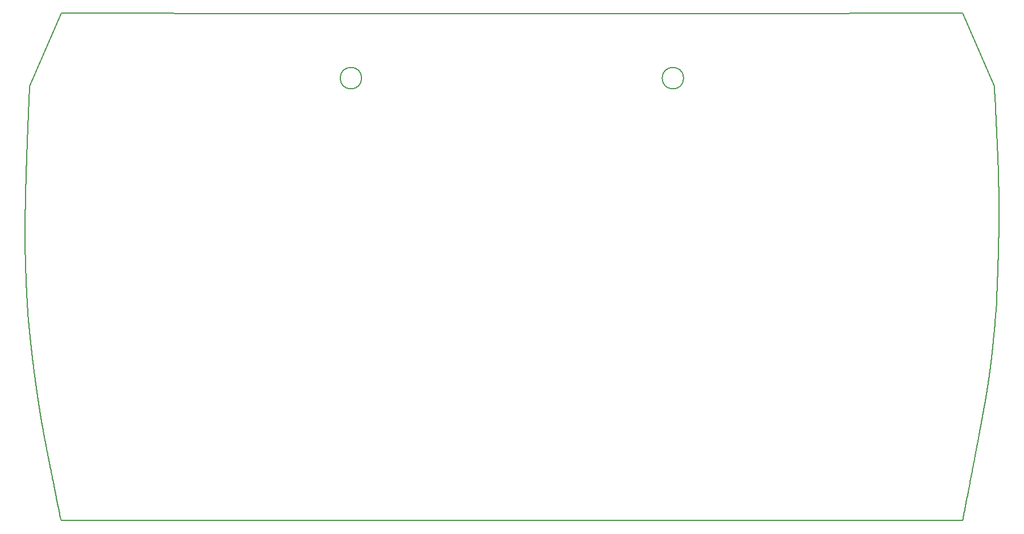
<source format=gm1>
%TF.GenerationSoftware,KiCad,Pcbnew,9.0.1*%
%TF.CreationDate,2025-05-25T22:24:14+01:00*%
%TF.ProjectId,Controller,436f6e74-726f-46c6-9c65-722e6b696361,rev?*%
%TF.SameCoordinates,Original*%
%TF.FileFunction,Profile,NP*%
%FSLAX46Y46*%
G04 Gerber Fmt 4.6, Leading zero omitted, Abs format (unit mm)*
G04 Created by KiCad (PCBNEW 9.0.1) date 2025-05-25 22:24:14*
%MOMM*%
%LPD*%
G01*
G04 APERTURE LIST*
%ADD10C,0.200000*%
%TA.AperFunction,Profile*%
%ADD11C,0.200000*%
%TD*%
G04 APERTURE END LIST*
D10*
X240190174Y-94144501D02*
X240200125Y-94073607D01*
X240210054Y-94002660D01*
X240217327Y-93950525D01*
X240224611Y-93898142D01*
X240230964Y-93852299D01*
X240237339Y-93806136D01*
X240243188Y-93763629D01*
X240249066Y-93720757D01*
X240254601Y-93680228D01*
X240260169Y-93639300D01*
X240265500Y-93599967D01*
X240270868Y-93560205D01*
X240276065Y-93521552D01*
X240281303Y-93482442D01*
X240286417Y-93444099D01*
X240291575Y-93405274D01*
X240296645Y-93366958D01*
X240301761Y-93328133D01*
X240306816Y-93289615D01*
X240311920Y-93250563D01*
X240316986Y-93211651D01*
X240322104Y-93172179D01*
X240327202Y-93132704D01*
X240332356Y-93092644D01*
X240337505Y-93052456D01*
X240342712Y-93011656D01*
X240347929Y-92970617D01*
X240353206Y-92928938D01*
X240358507Y-92886918D01*
X240363872Y-92844228D01*
X240369271Y-92801102D01*
X240374738Y-92757276D01*
X240380249Y-92712924D01*
X240385832Y-92667839D01*
X240391469Y-92622142D01*
X240397181Y-92575679D01*
X240402959Y-92528518D01*
X240408814Y-92480558D01*
X240414074Y-92437330D01*
X97037365Y-86167135D02*
X97046681Y-86260750D01*
X97055964Y-86353839D01*
X97065214Y-86446386D01*
X97074431Y-86538413D01*
X97083615Y-86629907D01*
X97092768Y-86720885D01*
X97101887Y-86811340D01*
X97110976Y-86901284D01*
X97120032Y-86990714D01*
X97129057Y-87079638D01*
X97138051Y-87168057D01*
X97147015Y-87255975D01*
X97155947Y-87343397D01*
X97164849Y-87430323D01*
X97173721Y-87516762D01*
X97182563Y-87602710D01*
X97191376Y-87688180D01*
X97200158Y-87773164D01*
X97208913Y-87857679D01*
X97217637Y-87941713D01*
X97226334Y-88025286D01*
X97235001Y-88108383D01*
X97243641Y-88191029D01*
X97252252Y-88273204D01*
X97260836Y-88354936D01*
X97269392Y-88436201D01*
X97277922Y-88517034D01*
X97286423Y-88597404D01*
X97294900Y-88677350D01*
X97303348Y-88756838D01*
X97311772Y-88835912D01*
X97320168Y-88914532D01*
X97328540Y-88992747D01*
X97336885Y-89070513D01*
X97345207Y-89147883D01*
X97353501Y-89224808D01*
X97361774Y-89301347D01*
X97370019Y-89377445D01*
X97378243Y-89453166D01*
X97386440Y-89528451D01*
X97394617Y-89603368D01*
X97402766Y-89677853D01*
X97410897Y-89751979D01*
X97419001Y-89825678D01*
X97427086Y-89899028D01*
X97435145Y-89971955D01*
X97443187Y-90044542D01*
X97451202Y-90116710D01*
X97459200Y-90188549D01*
X97467172Y-90259972D01*
X97475129Y-90331075D01*
X97483059Y-90401767D01*
X97490975Y-90472149D01*
X97498865Y-90542123D01*
X97506742Y-90611798D01*
X97514592Y-90681069D01*
X97522430Y-90750050D01*
X97530243Y-90818632D01*
X97538044Y-90886934D01*
X97545819Y-90954841D01*
X97553584Y-91022478D01*
X97561324Y-91089723D01*
X97569054Y-91156709D01*
X97576760Y-91223307D01*
X97584456Y-91289658D01*
X97592129Y-91355623D01*
X97599793Y-91421352D01*
X97607433Y-91486699D01*
X97615067Y-91551820D01*
X97622677Y-91616564D01*
X97630281Y-91681094D01*
X97637862Y-91745249D01*
X97645438Y-91809201D01*
X97652991Y-91872783D01*
X97668067Y-91999196D01*
X97683093Y-92124521D01*
X97698073Y-92248787D01*
X97713009Y-92372028D01*
X97727904Y-92494275D01*
X97742762Y-92615563D01*
X97757587Y-92735925D01*
X97772383Y-92855396D01*
X97787152Y-92974012D01*
X97801899Y-93091811D01*
X97816629Y-93208830D01*
X97831346Y-93325109D01*
X97846054Y-93440688D01*
X97860758Y-93555611D01*
X97875465Y-93669921D01*
X97890178Y-93783665D01*
X97904904Y-93896891D01*
X97919649Y-94009652D01*
X97934421Y-94121999D01*
X97949225Y-94233992D01*
X97964071Y-94345691D01*
X97978966Y-94457161D01*
X97993920Y-94568472D01*
X98008943Y-94679699D01*
X98024045Y-94790926D01*
X98039239Y-94902241D01*
X98054538Y-95013743D01*
X98069958Y-95125540D01*
X98085514Y-95237753D01*
X98101227Y-95350519D01*
X98117118Y-95463990D01*
X98133212Y-95578342D01*
X98149538Y-95693777D01*
X98166130Y-95810531D01*
X98183029Y-95928884D01*
X98200283Y-96049172D01*
X98217953Y-96171806D01*
X98236114Y-96297296D01*
X98254862Y-96426301D01*
X98274325Y-96559684D01*
X98294678Y-96698632D01*
X98316250Y-96845362D01*
X100811409Y-110510423D02*
X100830498Y-110605472D01*
X100849032Y-110697858D01*
X100867010Y-110787574D01*
X100884453Y-110874717D01*
X100901365Y-110959308D01*
X100917760Y-111041416D01*
X100933649Y-111121088D01*
X100949040Y-111198365D01*
X100963949Y-111273323D01*
X100978379Y-111345972D01*
X100992351Y-111416418D01*
X101005862Y-111484641D01*
X101018940Y-111550777D01*
X101031575Y-111614773D01*
X101043800Y-111676800D01*
X101055600Y-111736767D01*
X101067016Y-111794882D01*
X101078022Y-111851018D01*
X101088670Y-111905421D01*
X101098924Y-111957921D01*
X101108844Y-112008811D01*
X101118388Y-112057870D01*
X101127623Y-112105446D01*
X101136496Y-112151261D01*
X101145087Y-112195723D01*
X101153332Y-112238492D01*
X101161322Y-112280046D01*
X101168979Y-112319969D01*
X101176411Y-112358824D01*
X101183524Y-112396109D01*
X101197055Y-112467348D01*
X101209668Y-112534158D01*
X101221468Y-112597068D01*
X101232579Y-112656706D01*
X101243160Y-112713903D01*
X101253448Y-112769917D01*
X101263893Y-112827169D01*
X101275644Y-112891914D01*
X101281980Y-112926852D01*
X101288023Y-112960076D01*
X101293886Y-112992117D01*
X101299684Y-113023512D01*
X101305529Y-113054791D01*
X101308506Y-113070555D01*
X101311537Y-113086490D01*
X101314637Y-113102663D01*
X101317821Y-113119141D01*
X101321102Y-113135991D01*
X101324494Y-113153279D01*
X101328013Y-113171072D01*
X101331672Y-113189436D01*
X101335486Y-113208439D01*
X101339468Y-113228146D01*
X101343633Y-113248626D01*
X101347995Y-113269943D01*
X101352569Y-113292166D01*
X101357368Y-113315360D01*
X101362408Y-113339593D01*
X101367701Y-113364930D01*
X101373263Y-113391440D01*
X101379108Y-113419188D01*
X101385250Y-113448241D01*
X101391702Y-113478666D01*
X101405598Y-113543898D01*
X101420910Y-113615418D01*
X101437750Y-113693758D01*
X101456234Y-113779453D01*
X101476476Y-113873037D01*
X101498589Y-113975041D01*
X101522686Y-114086001D01*
X101548884Y-114206449D01*
X101577294Y-114336919D01*
X101608031Y-114477944D01*
X101641209Y-114630059D01*
X101715344Y-114969688D01*
X101800610Y-115360075D01*
X101897919Y-115805488D01*
D11*
X236208483Y-40218613D02*
X240910463Y-51087338D01*
D10*
X241578671Y-65574253D02*
X241575628Y-65444679D01*
X241572487Y-65314276D01*
X241569245Y-65183041D01*
X241565903Y-65050970D01*
X241562461Y-64918061D01*
X241558917Y-64784308D01*
X241555271Y-64649708D01*
X241551522Y-64514258D01*
X241547670Y-64377953D01*
X241543714Y-64240789D01*
X241539654Y-64102762D01*
X241535488Y-63963866D01*
X241531217Y-63824097D01*
X241526839Y-63683449D01*
X241522355Y-63541917D01*
X241517762Y-63399495D01*
X241513062Y-63256176D01*
X241508252Y-63111954D01*
X241503332Y-62966821D01*
X241498302Y-62820768D01*
X241493160Y-62673789D01*
X241487906Y-62525872D01*
X241482539Y-62377008D01*
X241477058Y-62227185D01*
X241471462Y-62076391D01*
X241465750Y-61924612D01*
X241459921Y-61771834D01*
X241453974Y-61618038D01*
X241447908Y-61463207D01*
X241441721Y-61307319D01*
X241435412Y-61150351D01*
X241428980Y-60992276D01*
X241422422Y-60833064D01*
X241415736Y-60672680D01*
X241408921Y-60511085D01*
X241401974Y-60348233D01*
X241394892Y-60184073D01*
X241387672Y-60018543D01*
X241380311Y-59851573D01*
X241372803Y-59683078D01*
X241365144Y-59512958D01*
X241357328Y-59341095D01*
X241349348Y-59167344D01*
X241341194Y-58991528D01*
X241332856Y-58813427D01*
X241324320Y-58632766D01*
X241315569Y-58449190D01*
X241306578Y-58262235D01*
X241297317Y-58071275D01*
X241287743Y-57875439D01*
X241277791Y-57673461D01*
X241267365Y-57463383D01*
X241256298Y-57241926D01*
X241244277Y-57002830D01*
X241230547Y-56731137D01*
X241218931Y-56501924D01*
X241206537Y-56257316D01*
X241195003Y-56028770D01*
X241189581Y-55920696D01*
X241184402Y-55816849D01*
X241179475Y-55717299D01*
X241174809Y-55622117D01*
X241174809Y-55622117D02*
X241172099Y-55566322D01*
X241169487Y-55512144D01*
X241166981Y-55459742D01*
X241164569Y-55408893D01*
X241162257Y-55359738D01*
X241160034Y-55312071D01*
X241157907Y-55266018D01*
X241155865Y-55221390D01*
X241153914Y-55178296D01*
X241152043Y-55136567D01*
X241150258Y-55096293D01*
X241148550Y-55057323D01*
X241146923Y-55019731D01*
X241145369Y-54983385D01*
X241143890Y-54948340D01*
X241142481Y-54914483D01*
X241141143Y-54881851D01*
X241139871Y-54850352D01*
X241138665Y-54820003D01*
X241137522Y-54790733D01*
X241136440Y-54762538D01*
X241135418Y-54735370D01*
X241134452Y-54709202D01*
X241133543Y-54684011D01*
X241132686Y-54659746D01*
X241131882Y-54636409D01*
X241131126Y-54613923D01*
X241130420Y-54592319D01*
X241129759Y-54571490D01*
X241129144Y-54551498D01*
X241128570Y-54532205D01*
X241128038Y-54513705D01*
X241127545Y-54495825D01*
X241127091Y-54478699D01*
X241126671Y-54462107D01*
X241126288Y-54446232D01*
X241125936Y-54430799D01*
X241125618Y-54416049D01*
X241125068Y-54387877D01*
X241124626Y-54361409D01*
X241124280Y-54336274D01*
X241124020Y-54311963D01*
X241123830Y-54287640D01*
X241123693Y-54261390D01*
X241123636Y-54247416D01*
X241123551Y-54227197D01*
X241123431Y-54207697D01*
X241123347Y-54198035D01*
X241123239Y-54188337D01*
X241123103Y-54178530D01*
X241122934Y-54168541D01*
X241122728Y-54158297D01*
X241122479Y-54147728D01*
X241122182Y-54136759D01*
X241121834Y-54125320D01*
X241121427Y-54113337D01*
X241120959Y-54100738D01*
X241120424Y-54087452D01*
X241119816Y-54073405D01*
X241119132Y-54058525D01*
X241118366Y-54042741D01*
X241117514Y-54025979D01*
X241116570Y-54008167D01*
X241115530Y-53989233D01*
X241114389Y-53969105D01*
X241113141Y-53947711D01*
X241111783Y-53924977D01*
X241110309Y-53900832D01*
X241108714Y-53875204D01*
X241106994Y-53848019D01*
X241105143Y-53819206D01*
X241103157Y-53788693D01*
X241101030Y-53756406D01*
X241098759Y-53722275D01*
X241096337Y-53686225D01*
X241091025Y-53608085D01*
X241085054Y-53521406D01*
X241078385Y-53425610D01*
X241070980Y-53320118D01*
X241062800Y-53204352D01*
X241053805Y-53077733D01*
X241043956Y-52939683D01*
X241033215Y-52789622D01*
X241021541Y-52626973D01*
X241008898Y-52451156D01*
X240980541Y-52057706D01*
X240947834Y-51604643D01*
X240910463Y-51087338D01*
X240981550Y-87024183D02*
X240983603Y-87002798D01*
X240985387Y-86984407D01*
X240986858Y-86969445D01*
X240988121Y-86956795D01*
X240989142Y-86946766D01*
X240990006Y-86938459D01*
X240990689Y-86932074D01*
X240991261Y-86926918D01*
X240991703Y-86923096D01*
X240992068Y-86920104D01*
X240992346Y-86917976D01*
X240992575Y-86916368D01*
X240992750Y-86915266D01*
X240992896Y-86914462D01*
X240993016Y-86913899D01*
X240993120Y-86913485D01*
X240993215Y-86913146D01*
X240993328Y-86912737D01*
X240993447Y-86912215D01*
X240993582Y-86911445D01*
X240993745Y-86910287D01*
X240993949Y-86908606D01*
X240994206Y-86906263D01*
X240994925Y-86899047D01*
X240995997Y-86887540D01*
X240997519Y-86870644D01*
X240999585Y-86847263D01*
X241002292Y-86816299D01*
X241010009Y-86727231D01*
X241021434Y-86594660D01*
X241058469Y-86163886D01*
X99408404Y-103418375D02*
X99431238Y-103539733D01*
X99454712Y-103664064D01*
X99478840Y-103791428D01*
X99503636Y-103921889D01*
X99529114Y-104055513D01*
X99555289Y-104192373D01*
X99582179Y-104332540D01*
X99609798Y-104476095D01*
X99638167Y-104623121D01*
X99667304Y-104773709D01*
X99697229Y-104927956D01*
X99727966Y-105085968D01*
X99759538Y-105247862D01*
X99791974Y-105413766D01*
X99825302Y-105583824D01*
X99859556Y-105758199D01*
X99894775Y-105937075D01*
X99931003Y-106120667D01*
X99968292Y-106309223D01*
X100006700Y-106503041D01*
X100046303Y-106702480D01*
X100087189Y-106907981D01*
X100129472Y-107120100D01*
X100173296Y-107339551D01*
X100218854Y-107567289D01*
X100266411Y-107804627D01*
X100316352Y-108053470D01*
X100369270Y-108316756D01*
X100426163Y-108599443D01*
X100488970Y-108911141D01*
X100562507Y-109275739D01*
X100612851Y-109525232D01*
X100666211Y-109789673D01*
X100717225Y-110042605D01*
X100765691Y-110283148D01*
X100788906Y-110398499D01*
X100811409Y-110510423D01*
X240743625Y-89490348D02*
X240754384Y-89384854D01*
X240765400Y-89276068D01*
X240776674Y-89163944D01*
X240788210Y-89048438D01*
X240800010Y-88929506D01*
X240812075Y-88807099D01*
X240824410Y-88681165D01*
X240837019Y-88551640D01*
X240849909Y-88418436D01*
X240863088Y-88281432D01*
X240876576Y-88140429D01*
X240890403Y-87995092D01*
X240904625Y-87844801D01*
X240919364Y-87688277D01*
X240934909Y-87522445D01*
X240952215Y-87337164D01*
X240955382Y-87303219D01*
X240970559Y-87140712D01*
X240976604Y-87076357D01*
X240981550Y-87024183D01*
D11*
X96836111Y-83410521D02*
X97037360Y-86167135D01*
X101902380Y-40218613D02*
X135813598Y-40220108D01*
D10*
X97196569Y-51087338D02*
X97188646Y-51262606D01*
X97180779Y-51437061D01*
X97172983Y-51610397D01*
X97165243Y-51782927D01*
X97157573Y-51954351D01*
X97149959Y-52124978D01*
X97142413Y-52294509D01*
X97134923Y-52463251D01*
X97127500Y-52630911D01*
X97120132Y-52797788D01*
X97112832Y-52963594D01*
X97105585Y-53128626D01*
X97098405Y-53292600D01*
X97091279Y-53455806D01*
X97084218Y-53617966D01*
X97077211Y-53779365D01*
X97070268Y-53939730D01*
X97063378Y-54099343D01*
X97056552Y-54257932D01*
X97049778Y-54415776D01*
X97043068Y-54572608D01*
X97036409Y-54728703D01*
X97029813Y-54883797D01*
X97023268Y-55038160D01*
X97016785Y-55191535D01*
X97010352Y-55344186D01*
X97003980Y-55495860D01*
X96997659Y-55646817D01*
X96991398Y-55796808D01*
X96985187Y-55946089D01*
X96979035Y-56094415D01*
X96972933Y-56242039D01*
X96966890Y-56388718D01*
X96960895Y-56534702D01*
X96954959Y-56679752D01*
X96949070Y-56824114D01*
X96943240Y-56967553D01*
X96937457Y-57110310D01*
X96931731Y-57252156D01*
X96926052Y-57393327D01*
X96920430Y-57533596D01*
X96914854Y-57673197D01*
X96909334Y-57811908D01*
X96903860Y-57949956D01*
X96898441Y-58087125D01*
X96893068Y-58223639D01*
X96887749Y-58359283D01*
X96882476Y-58494278D01*
X96877256Y-58628415D01*
X96872081Y-58761909D01*
X96866959Y-58894554D01*
X96861882Y-59026563D01*
X96856857Y-59157734D01*
X96851876Y-59288275D01*
X96846946Y-59417988D01*
X96842060Y-59547077D01*
X96837225Y-59675348D01*
X96832434Y-59803002D01*
X96827693Y-59929848D01*
X96822994Y-60056083D01*
X96818345Y-60181519D01*
X96813739Y-60306350D01*
X96809182Y-60430394D01*
X96804667Y-60553838D01*
X96800200Y-60676503D01*
X96795775Y-60798576D01*
X96791397Y-60919880D01*
X96787061Y-61040596D01*
X96782772Y-61160554D01*
X96778524Y-61279930D01*
X96774322Y-61398557D01*
X96770161Y-61516608D01*
X96766046Y-61633920D01*
X96761971Y-61750662D01*
X96757942Y-61866673D01*
X96753951Y-61982120D01*
X96750006Y-62096847D01*
X96746100Y-62211014D01*
X96742239Y-62324471D01*
X96738416Y-62437374D01*
X96734637Y-62549575D01*
X96730896Y-62661229D01*
X96727199Y-62772190D01*
X96723539Y-62882609D01*
X96719923Y-62992344D01*
X96716344Y-63101542D01*
X96712807Y-63210066D01*
X96709307Y-63318059D01*
X96705849Y-63425385D01*
X96702427Y-63532187D01*
X96699047Y-63638331D01*
X96695704Y-63743955D01*
X96692400Y-63848931D01*
X96689133Y-63953392D01*
X96685906Y-64057214D01*
X96682715Y-64160526D01*
X96679563Y-64263207D01*
X96676447Y-64365385D01*
X96673370Y-64466940D01*
X96670328Y-64567995D01*
X96667324Y-64668438D01*
X96664355Y-64768386D01*
X96661424Y-64867730D01*
X96658527Y-64966584D01*
X96655668Y-65064842D01*
X96652843Y-65162617D01*
X96650054Y-65259803D01*
X96647300Y-65356510D01*
X96644582Y-65452638D01*
X96641897Y-65548292D01*
X96639249Y-65643374D01*
X96636633Y-65737988D01*
X96634053Y-65832038D01*
X96631506Y-65925624D01*
X96628993Y-66018656D01*
X96626513Y-66111228D01*
X96624068Y-66203253D01*
X96621655Y-66294824D01*
X96619276Y-66385857D01*
X96616929Y-66476439D01*
X96614615Y-66566491D01*
X96612333Y-66656098D01*
X96610084Y-66745183D01*
X96607866Y-66833827D01*
X96605681Y-66921957D01*
X96603527Y-67009650D01*
X96601405Y-67096838D01*
X96599313Y-67183593D01*
X96597254Y-67269851D01*
X96595225Y-67355681D01*
X96593227Y-67441021D01*
X96591259Y-67525938D01*
X96589323Y-67610374D01*
X96587416Y-67694390D01*
X96585539Y-67777932D01*
X96583692Y-67861060D01*
X96581876Y-67943721D01*
X96580088Y-68025972D01*
X96578330Y-68107765D01*
X96576601Y-68189152D01*
X96574901Y-68270088D01*
X96573230Y-68350622D01*
X96571588Y-68430713D01*
X96569974Y-68510407D01*
X96568389Y-68589665D01*
X96566831Y-68668530D01*
X96565303Y-68746967D01*
X96563801Y-68825015D01*
X96562328Y-68902643D01*
X96560882Y-68979886D01*
X96559463Y-69056716D01*
X96558072Y-69133165D01*
X96556708Y-69209209D01*
X96555371Y-69284875D01*
X96554060Y-69360145D01*
X96552776Y-69435041D01*
X96551519Y-69509548D01*
X96550288Y-69583685D01*
X96549083Y-69657440D01*
X96547904Y-69730829D01*
X96546752Y-69803844D01*
X96545624Y-69876497D01*
X96544523Y-69948782D01*
X96543447Y-70020710D01*
X96542396Y-70092279D01*
X96541370Y-70163493D01*
X96540370Y-70234355D01*
X96539394Y-70304866D01*
X96538443Y-70375034D01*
X96537516Y-70444854D01*
X96536614Y-70514337D01*
X96535737Y-70583477D01*
X96534884Y-70652288D01*
X96534054Y-70720759D01*
X96533249Y-70788908D01*
X96532467Y-70856721D01*
X96531709Y-70924219D01*
X96530975Y-70991385D01*
X96530264Y-71058245D01*
X96529577Y-71124775D01*
X96528912Y-71191006D01*
X96528271Y-71256911D01*
X96527653Y-71322525D01*
X96527057Y-71387816D01*
X96526484Y-71452824D01*
X96525934Y-71517513D01*
X96525406Y-71581926D01*
X96524901Y-71646023D01*
X96524417Y-71709851D01*
X96523956Y-71773368D01*
X96523517Y-71836623D01*
X96523100Y-71899570D01*
X96522705Y-71962264D01*
X96522331Y-72024651D01*
X96521979Y-72086795D01*
X96521648Y-72148635D01*
X96521339Y-72210238D01*
X96521051Y-72271542D01*
X96520784Y-72332617D01*
X96520538Y-72393395D01*
X96520314Y-72453953D01*
X96520110Y-72514217D01*
X96519927Y-72574268D01*
X96519764Y-72634029D01*
X96519622Y-72693586D01*
X96519501Y-72752855D01*
X96519400Y-72811929D01*
X96519320Y-72870717D01*
X96519259Y-72929319D01*
X96519219Y-72987639D01*
X96519199Y-73045780D01*
X96519199Y-73103642D01*
X96519219Y-73161334D01*
X96519259Y-73218750D01*
X96519318Y-73276005D01*
X96519397Y-73332987D01*
X96519496Y-73389817D01*
X96519614Y-73446376D01*
X96519752Y-73502793D01*
X96519909Y-73558942D01*
X96520282Y-73670707D01*
X96520731Y-73781698D01*
X96521257Y-73891938D01*
X96521859Y-74001453D01*
X96522537Y-74110269D01*
X96523290Y-74218412D01*
X96524118Y-74325909D01*
X96525021Y-74432786D01*
X96525998Y-74539073D01*
X96527050Y-74644796D01*
X96528175Y-74749987D01*
X96529375Y-74854674D01*
X96530649Y-74958890D01*
X96531997Y-75062666D01*
X96533419Y-75166036D01*
X96534915Y-75269034D01*
X96536486Y-75371697D01*
X96538132Y-75474061D01*
X96539853Y-75576166D01*
X96541650Y-75678053D01*
X96543523Y-75779765D01*
X96545473Y-75881347D01*
X96547501Y-75982849D01*
X96549608Y-76084320D01*
X96551795Y-76185815D01*
X96554062Y-76287392D01*
X96556413Y-76389114D01*
X96558847Y-76491048D01*
X96561368Y-76593267D01*
X96563976Y-76695850D01*
X96566676Y-76798883D01*
X96569469Y-76902463D01*
X96572358Y-77006694D01*
X96575349Y-77111693D01*
X96578443Y-77217592D01*
X96581648Y-77324540D01*
X96584968Y-77432705D01*
X96588411Y-77542282D01*
X96591983Y-77653498D01*
X96595696Y-77766617D01*
X96599561Y-77881955D01*
X96603591Y-77999898D01*
X96607805Y-78120915D01*
X96612225Y-78245603D01*
X96616881Y-78374731D01*
X96621812Y-78509327D01*
X96624845Y-78591156D01*
X236208429Y-115820434D02*
X236260975Y-115550946D01*
X236313021Y-115283913D01*
X236364340Y-115020509D01*
X236415170Y-114759511D01*
X236465287Y-114502066D01*
X236514925Y-114246980D01*
X236563866Y-113995371D01*
X236612337Y-113746074D01*
X236660126Y-113500180D01*
X236707454Y-113256553D01*
X236754115Y-113016257D01*
X236800324Y-112778182D01*
X236845880Y-112543365D01*
X236890993Y-112310727D01*
X236935468Y-112081277D01*
X236979508Y-111853961D01*
X237022924Y-111629764D01*
X237065914Y-111407659D01*
X237108294Y-111188606D01*
X237150257Y-110971602D01*
X237191622Y-110757583D01*
X237232578Y-110545573D01*
X237272950Y-110336482D01*
X237312922Y-110129359D01*
X237352323Y-109925091D01*
X237391331Y-109722752D01*
X237429781Y-109523204D01*
X237467846Y-109325545D01*
X237505365Y-109130617D01*
X237542508Y-108937539D01*
X237579117Y-108747130D01*
X237615357Y-108558534D01*
X237651076Y-108372547D01*
X237686432Y-108188336D01*
X237721280Y-108006675D01*
X237755773Y-107826754D01*
X237789768Y-107649325D01*
X237823416Y-107473600D01*
X237856577Y-107300310D01*
X237889399Y-107128690D01*
X237921746Y-106959449D01*
X237953759Y-106791843D01*
X237985309Y-106626561D01*
X238016532Y-106462880D01*
X238047302Y-106301470D01*
X238077752Y-106141628D01*
X238107760Y-105984004D01*
X238137456Y-105827914D01*
X238166718Y-105673991D01*
X238195675Y-105521571D01*
X238224210Y-105371266D01*
X238252445Y-105222432D01*
X238280268Y-105075664D01*
X238307797Y-104930336D01*
X238334925Y-104787024D01*
X238361765Y-104645122D01*
X238388212Y-104505187D01*
X238414379Y-104366634D01*
X238440162Y-104230000D01*
X238465670Y-104094718D01*
X238490805Y-103961309D01*
X238515670Y-103829222D01*
X238540171Y-103698964D01*
X238564407Y-103570000D01*
X238588289Y-103442818D01*
X238611912Y-103316904D01*
X238635189Y-103192728D01*
X238658213Y-103069792D01*
X238680900Y-102948551D01*
X238703339Y-102828524D01*
X238725449Y-102710148D01*
X238747316Y-102592960D01*
X238768863Y-102477383D01*
X238790173Y-102362967D01*
X238811171Y-102250121D01*
X238831937Y-102138411D01*
X238852398Y-102028230D01*
X238872632Y-101919161D01*
X238892570Y-101811581D01*
X238912286Y-101705090D01*
X238931713Y-101600048D01*
X238950923Y-101496070D01*
X238969852Y-101393504D01*
X238988569Y-101291980D01*
X239007012Y-101191828D01*
X239025247Y-101092696D01*
X239043216Y-100994900D01*
X239060982Y-100898100D01*
X239078488Y-100802600D01*
X239095796Y-100708075D01*
X239112853Y-100614813D01*
X239129714Y-100522505D01*
X239146331Y-100431426D01*
X239162758Y-100341278D01*
X239178946Y-100252325D01*
X239194949Y-100164283D01*
X239210720Y-100077401D01*
X239226310Y-99991410D01*
X239241675Y-99906545D01*
X239256862Y-99822552D01*
X239271831Y-99739652D01*
X239286626Y-99657604D01*
X239301209Y-99576616D01*
X239315622Y-99496462D01*
X239329831Y-99417336D01*
X239343872Y-99339025D01*
X239357715Y-99261709D01*
X239371394Y-99185191D01*
X239384881Y-99109638D01*
X239398209Y-99034863D01*
X239411350Y-98961023D01*
X239424335Y-98887944D01*
X239437139Y-98815769D01*
X239449791Y-98744338D01*
X239462268Y-98673781D01*
X239474596Y-98603951D01*
X239486755Y-98534965D01*
X239498769Y-98466691D01*
X239510619Y-98399231D01*
X239522326Y-98332467D01*
X239533876Y-98266487D01*
X239545286Y-98201188D01*
X239556544Y-98136645D01*
X239567666Y-98072766D01*
X239578641Y-98009615D01*
X239589482Y-97947113D01*
X239600183Y-97885311D01*
X239610753Y-97824144D01*
X239621187Y-97763647D01*
X239631494Y-97703771D01*
X239641670Y-97644538D01*
X239651722Y-97585911D01*
X239661648Y-97527899D01*
X239671452Y-97470480D01*
X239681136Y-97413648D01*
X239690701Y-97357395D01*
X239700151Y-97301700D01*
X239709485Y-97246573D01*
X239718708Y-97191975D01*
X239727818Y-97137932D01*
X239736824Y-97084391D01*
X239745717Y-97031390D01*
X239754512Y-96978864D01*
X239763197Y-96926867D01*
X239771788Y-96875315D01*
X239780273Y-96824280D01*
X239788668Y-96773662D01*
X239796960Y-96723548D01*
X239805167Y-96673822D01*
X239813273Y-96624589D01*
X239821299Y-96575713D01*
X239829227Y-96527320D01*
X239837080Y-96479254D01*
X239844837Y-96431659D01*
X239852525Y-96384359D01*
X239860119Y-96337520D01*
X239867649Y-96290943D01*
X239875087Y-96244817D01*
X239889758Y-96153464D01*
X239904146Y-96063368D01*
X239918269Y-95974439D01*
X239932141Y-95886578D01*
X239945781Y-95799685D01*
X239959206Y-95713654D01*
X239972434Y-95628372D01*
X239985485Y-95543719D01*
X239998379Y-95459564D01*
X240011139Y-95375765D01*
X240023788Y-95292165D01*
X240036355Y-95208589D01*
X240048869Y-95124837D01*
X240061364Y-95040679D01*
X240073880Y-94955844D01*
X240086464Y-94870010D01*
X240099175Y-94782778D01*
X240112083Y-94693646D01*
X240125282Y-94601960D01*
X240138900Y-94506827D01*
X240153115Y-94406970D01*
X240168208Y-94300413D01*
X240184652Y-94183773D01*
X240190174Y-94144501D01*
D11*
X146668443Y-49875251D02*
G75*
G02*
X143468443Y-49875251I-1600000J0D01*
G01*
X143468443Y-49875251D02*
G75*
G02*
X146668443Y-49875251I1600000J0D01*
G01*
D10*
X241259386Y-83411169D02*
X241264554Y-83292108D01*
X241269679Y-83173569D01*
X241274748Y-83055879D01*
X241279774Y-82938704D01*
X241284744Y-82822364D01*
X241289673Y-82706531D01*
X241294547Y-82591518D01*
X241299380Y-82477006D01*
X241304158Y-82363299D01*
X241308896Y-82250086D01*
X241313581Y-82137665D01*
X241318225Y-82025730D01*
X241322817Y-81914573D01*
X241327370Y-81803896D01*
X241331871Y-81693983D01*
X241336332Y-81584543D01*
X241340743Y-81475854D01*
X241345115Y-81367631D01*
X241349437Y-81260146D01*
X241353720Y-81153121D01*
X241357955Y-81046821D01*
X241362152Y-80940974D01*
X241366300Y-80835839D01*
X241370410Y-80731151D01*
X241374474Y-80627162D01*
X241378500Y-80523615D01*
X241382479Y-80420753D01*
X241386421Y-80318328D01*
X241390318Y-80216576D01*
X241394178Y-80115254D01*
X241397992Y-80014593D01*
X241401771Y-79914356D01*
X241405505Y-79814768D01*
X241409204Y-79715599D01*
X241412858Y-79617067D01*
X241416478Y-79518948D01*
X241420054Y-79421454D01*
X241423596Y-79324368D01*
X241427095Y-79227896D01*
X241430559Y-79131825D01*
X241433982Y-79036357D01*
X241437370Y-78941285D01*
X241440718Y-78846804D01*
X241444031Y-78752714D01*
X241447304Y-78659205D01*
X241450544Y-78566081D01*
X241453744Y-78473527D01*
X241456910Y-78381353D01*
X241460038Y-78289738D01*
X241463132Y-78198498D01*
X241466189Y-78107806D01*
X241469212Y-78017484D01*
X241472198Y-77927699D01*
X241475151Y-77838280D01*
X241478067Y-77749388D01*
X241480952Y-77660855D01*
X241483799Y-77572840D01*
X241486615Y-77485180D01*
X241489395Y-77398027D01*
X241492143Y-77311224D01*
X241494856Y-77224918D01*
X241497538Y-77138958D01*
X241500184Y-77053484D01*
X241502801Y-76968352D01*
X241505382Y-76883697D01*
X241507933Y-76799378D01*
X241510450Y-76715526D01*
X241512938Y-76632007D01*
X241515391Y-76548945D01*
X241517815Y-76466210D01*
X241520206Y-76383924D01*
X241522567Y-76301961D01*
X241524896Y-76220437D01*
X241527195Y-76139231D01*
X241529463Y-76058455D01*
X241531702Y-75977994D01*
X241533909Y-75897953D01*
X241536087Y-75818221D01*
X241538234Y-75738902D01*
X241540353Y-75659888D01*
X241542441Y-75581276D01*
X241544502Y-75502966D01*
X241546531Y-75425049D01*
X241548533Y-75347430D01*
X241550506Y-75270196D01*
X241552450Y-75193255D01*
X241554366Y-75116690D01*
X241556254Y-75040414D01*
X241558113Y-74964505D01*
X241559945Y-74888883D01*
X241561748Y-74813618D01*
X241563524Y-74738635D01*
X241565273Y-74664002D01*
X241566995Y-74589646D01*
X241568688Y-74515632D01*
X241570356Y-74441892D01*
X241571996Y-74368485D01*
X241573610Y-74295348D01*
X241575197Y-74222535D01*
X241576759Y-74149989D01*
X241578293Y-74077759D01*
X241579802Y-74005792D01*
X241581284Y-73934132D01*
X241582742Y-73862732D01*
X241584173Y-73791631D01*
X241585578Y-73720786D01*
X241586959Y-73650232D01*
X241588314Y-73579930D01*
X241589644Y-73509911D01*
X241590949Y-73440141D01*
X241592229Y-73370645D01*
X241593484Y-73301395D01*
X241594715Y-73232411D01*
X241595921Y-73163669D01*
X241597103Y-73095185D01*
X241598261Y-73026940D01*
X241599395Y-72958945D01*
X241600505Y-72891185D01*
X241601590Y-72823667D01*
X241602652Y-72756381D01*
X241603691Y-72689329D01*
X241604706Y-72622506D01*
X241605697Y-72555908D01*
X241606666Y-72489536D01*
X241607611Y-72423381D01*
X241608533Y-72357449D01*
X241609432Y-72291725D01*
X241610308Y-72226222D01*
X241611161Y-72160919D01*
X241611992Y-72095833D01*
X241612800Y-72030939D01*
X241613586Y-71966258D01*
X241614349Y-71901763D01*
X241615090Y-71837477D01*
X241615809Y-71773368D01*
X241616505Y-71709465D01*
X241617180Y-71645731D01*
X241617833Y-71582201D01*
X241618464Y-71518831D01*
X241619073Y-71455662D01*
X241619661Y-71392644D01*
X241620227Y-71329825D01*
X241620772Y-71267149D01*
X241621295Y-71204668D01*
X241621797Y-71142321D01*
X241622277Y-71080167D01*
X241622737Y-71018139D01*
X241623175Y-70956300D01*
X241623592Y-70894578D01*
X241623989Y-70833044D01*
X241624364Y-70771617D01*
X241624719Y-70710375D01*
X241625053Y-70649233D01*
X241625366Y-70588271D01*
X241625930Y-70466708D01*
X241626412Y-70345662D01*
X241626813Y-70225109D01*
X241627132Y-70105026D01*
X241627371Y-69985388D01*
X241627528Y-69866169D01*
X241627606Y-69747346D01*
X241627604Y-69628893D01*
X241627522Y-69510783D01*
X241627361Y-69392991D01*
X241627120Y-69275490D01*
X241626800Y-69158253D01*
X241626401Y-69041251D01*
X241625923Y-68924457D01*
X241625367Y-68807842D01*
X241624731Y-68691375D01*
X241624016Y-68575026D01*
X241623222Y-68458764D01*
X241622349Y-68342556D01*
X241621396Y-68226370D01*
X241620364Y-68110169D01*
X241619251Y-67993920D01*
X241618058Y-67877585D01*
X241616784Y-67761125D01*
X241615429Y-67644502D01*
X241613991Y-67527672D01*
X241612471Y-67410594D01*
X241610868Y-67293222D01*
X241609180Y-67175508D01*
X241607407Y-67057403D01*
X241605548Y-66938854D01*
X241603601Y-66819805D01*
X241601565Y-66700199D01*
X241599440Y-66579972D01*
X241597222Y-66459059D01*
X241594912Y-66337390D01*
X241592506Y-66214889D01*
X241590002Y-66091475D01*
X241587399Y-65967061D01*
X241584693Y-65841554D01*
X241581882Y-65714853D01*
X241578962Y-65586845D01*
X241578671Y-65574253D01*
X240414074Y-92437330D02*
X240420076Y-92387851D01*
X240426156Y-92337557D01*
X240432301Y-92286555D01*
X240438520Y-92234774D01*
X240444789Y-92182412D01*
X240451126Y-92129306D01*
X240457497Y-92075742D01*
X240463932Y-92021474D01*
X240470387Y-91966864D01*
X240476900Y-91911589D01*
X240483420Y-91856082D01*
X240489994Y-91799950D01*
X240496562Y-91743689D01*
X240503177Y-91686843D01*
X240509777Y-91629962D01*
X240516419Y-91572537D01*
X240523035Y-91515163D01*
X240529689Y-91457284D01*
X240536308Y-91399536D01*
X240542959Y-91341320D01*
X240549567Y-91283308D01*
X240556204Y-91224864D01*
X240562790Y-91166690D01*
X240569401Y-91108118D01*
X240575954Y-91049874D01*
X240582527Y-90991267D01*
X240589038Y-90933039D01*
X240595565Y-90874481D01*
X240602024Y-90816349D01*
X240608497Y-90757917D01*
X240614897Y-90699951D01*
X240621307Y-90641716D01*
X240627641Y-90583982D01*
X240633981Y-90526007D01*
X240640243Y-90468565D01*
X240646507Y-90410908D01*
X240652691Y-90353811D01*
X240658875Y-90296524D01*
X240664975Y-90239822D01*
X240671073Y-90182953D01*
X240677085Y-90126689D01*
X240683093Y-90070280D01*
X240689014Y-90014494D01*
X240694928Y-89958584D01*
X240700754Y-89903311D01*
X240706571Y-89847934D01*
X240712299Y-89793206D01*
X240718016Y-89738393D01*
X240723644Y-89684239D01*
X240729258Y-89630017D01*
X240734783Y-89576463D01*
X240740294Y-89522856D01*
X240743625Y-89490348D01*
D11*
X97196518Y-51087338D02*
X101902380Y-40218613D01*
X241259436Y-83411169D02*
X241058469Y-86163886D01*
D10*
X96767643Y-82036218D02*
X96767806Y-82041999D01*
X96767921Y-82046814D01*
X96767984Y-82050251D01*
X96768013Y-82053012D01*
X96768013Y-82054821D01*
X96767991Y-82056192D01*
X96767959Y-82056969D01*
X96767915Y-82057494D01*
X96767878Y-82057713D01*
X96767835Y-82057819D01*
X96767812Y-82057830D01*
X96767787Y-82057813D01*
X96767727Y-82057681D01*
X96767622Y-82057218D01*
X96767448Y-82056049D01*
X96767175Y-82053626D01*
X96766765Y-82049227D01*
X96766170Y-82041958D01*
X96765334Y-82030758D01*
X96764191Y-82014388D01*
X96762656Y-81991347D01*
X96760590Y-81959327D01*
X96760014Y-81950316D01*
X96758694Y-81929709D01*
X96757663Y-81914035D01*
X96757292Y-81908717D01*
X96757034Y-81905434D01*
X96756953Y-81904639D01*
X96756925Y-81904468D01*
X96756914Y-81904441D01*
X96756905Y-81904453D01*
X96756893Y-81904910D01*
X96756918Y-81906043D01*
X96757087Y-81910469D01*
X96757427Y-81918000D01*
X96757950Y-81928903D01*
X96758670Y-81943445D01*
X96760761Y-81984516D01*
X96763811Y-82043350D01*
X96767931Y-82122087D01*
X96773232Y-82222864D01*
X96787825Y-82499095D01*
X96808480Y-82889151D01*
X96836091Y-83410138D01*
X96836111Y-83410521D01*
D11*
X101897919Y-115805488D02*
X236208429Y-115820434D01*
D10*
X96624845Y-78591156D02*
X96630334Y-78737562D01*
X96636028Y-78887319D01*
X96641930Y-79040476D01*
X96648043Y-79197088D01*
X96654371Y-79357218D01*
X96660920Y-79520947D01*
X96667695Y-79688380D01*
X96674703Y-79859657D01*
X96681954Y-80034978D01*
X96689461Y-80214639D01*
X96697246Y-80399101D01*
X96705340Y-80589126D01*
X96713804Y-80786069D01*
X96722755Y-80992638D01*
X96732474Y-81215344D01*
X96742974Y-81454720D01*
X96752336Y-81668226D01*
X96756299Y-81759219D01*
X96759741Y-81839026D01*
X96762629Y-81907138D01*
X96763855Y-81936650D01*
X96764930Y-81963047D01*
X96765851Y-81986266D01*
X96766612Y-82006243D01*
X96767211Y-82022915D01*
X96767643Y-82036218D01*
D11*
X194642461Y-49875251D02*
G75*
G02*
X191442461Y-49875251I-1600000J0D01*
G01*
X191442461Y-49875251D02*
G75*
G02*
X194642461Y-49875251I1600000J0D01*
G01*
D10*
X98316250Y-96845362D02*
X98327785Y-96923618D01*
X98339289Y-97001525D01*
X98350502Y-97077326D01*
X98361690Y-97152812D01*
X98372617Y-97226404D01*
X98383522Y-97299709D01*
X98394193Y-97371304D01*
X98404846Y-97442637D01*
X98415287Y-97512419D01*
X98425714Y-97581963D01*
X98435949Y-97650093D01*
X98446171Y-97718007D01*
X98456220Y-97784630D01*
X98466260Y-97851056D01*
X98476141Y-97916299D01*
X98486016Y-97981363D01*
X98495746Y-98045342D01*
X98505472Y-98109159D01*
X98515066Y-98171976D01*
X98524658Y-98234648D01*
X98534130Y-98296399D01*
X98543602Y-98358019D01*
X98552964Y-98418790D01*
X98562328Y-98479443D01*
X98571592Y-98539313D01*
X98580859Y-98599076D01*
X98590035Y-98658118D01*
X98599217Y-98717065D01*
X98608315Y-98775345D01*
X98617421Y-98833541D01*
X98626450Y-98891122D01*
X98635489Y-98948631D01*
X98644458Y-99005571D01*
X98653439Y-99062449D01*
X98662356Y-99118803D01*
X98671286Y-99175104D01*
X98680160Y-99230922D01*
X98689047Y-99286697D01*
X98697883Y-99342028D01*
X98706735Y-99397325D01*
X98715542Y-99452215D01*
X98724365Y-99507079D01*
X98733148Y-99561569D01*
X98741949Y-99616043D01*
X98750715Y-99670176D01*
X98759500Y-99724300D01*
X98768255Y-99778115D01*
X98777030Y-99831928D01*
X98785780Y-99885461D01*
X98794552Y-99939000D01*
X98803302Y-99992288D01*
X98812075Y-100045590D01*
X98820832Y-100098667D01*
X98829612Y-100151765D01*
X98838380Y-100204664D01*
X98847173Y-100257591D01*
X98855957Y-100310346D01*
X98864767Y-100363134D01*
X98873573Y-100415774D01*
X98882406Y-100468455D01*
X98891239Y-100521011D01*
X98900100Y-100573615D01*
X98908964Y-100626117D01*
X98917857Y-100678673D01*
X98926758Y-100731149D01*
X98935689Y-100783687D01*
X98944630Y-100836165D01*
X98953603Y-100888712D01*
X98962591Y-100941221D01*
X98971611Y-100993805D01*
X98980649Y-101046373D01*
X98989721Y-101099021D01*
X98998814Y-101151673D01*
X99007943Y-101204413D01*
X99017096Y-101257176D01*
X99026285Y-101310034D01*
X99035503Y-101362936D01*
X99044759Y-101415938D01*
X99054046Y-101469005D01*
X99063372Y-101522178D01*
X99072733Y-101575434D01*
X99082134Y-101628805D01*
X99091574Y-101682278D01*
X99101056Y-101735871D01*
X99110579Y-101789587D01*
X99120145Y-101843430D01*
X99129757Y-101897415D01*
X99139413Y-101951533D01*
X99149118Y-102005813D01*
X99158868Y-102060233D01*
X99178522Y-102169583D01*
X99198383Y-102279636D01*
X99218462Y-102390445D01*
X99238770Y-102502066D01*
X99259316Y-102614553D01*
X99280113Y-102727961D01*
X99301171Y-102842349D01*
X99322501Y-102957773D01*
X99344115Y-103074292D01*
X99366025Y-103191967D01*
X99388243Y-103310859D01*
X99408404Y-103418375D01*
D11*
X202298214Y-40220108D02*
X236208483Y-40218613D01*
X135813598Y-40220108D02*
X202298214Y-40220108D01*
M02*

</source>
